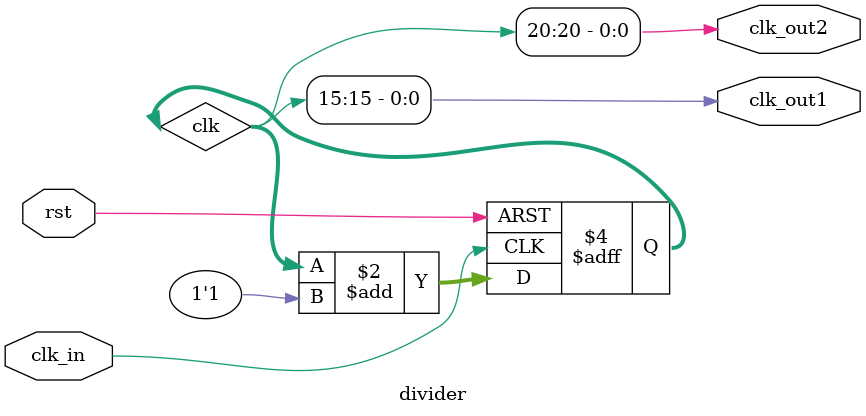
<source format=v>
`timescale 1ns / 1ps

module divider(
    input clk_in,
    input rst,
    output clk_out1,
    output clk_out2
    );
    reg [31:0] clk = 32'b0;
    always @(posedge clk_in or posedge rst)
    begin
        if(rst)
        begin
            clk <= 16'b0;
        end
        else
        begin
            clk <= clk + 1'b1;
        end
    end
    assign clk_out1 = clk[15];
    assign clk_out2 = clk[20];
endmodule

</source>
